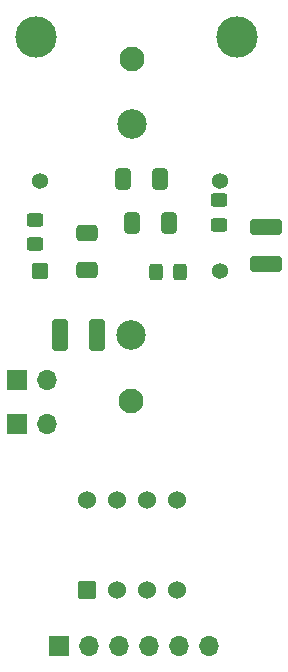
<source format=gbr>
%TF.GenerationSoftware,KiCad,Pcbnew,7.0.11-2.fc39*%
%TF.CreationDate,2024-06-07T09:19:16-04:00*%
%TF.ProjectId,OS-44,4f532d34-342e-46b6-9963-61645f706362,rev?*%
%TF.SameCoordinates,Original*%
%TF.FileFunction,Soldermask,Bot*%
%TF.FilePolarity,Negative*%
%FSLAX46Y46*%
G04 Gerber Fmt 4.6, Leading zero omitted, Abs format (unit mm)*
G04 Created by KiCad (PCBNEW 7.0.11-2.fc39) date 2024-06-07 09:19:16*
%MOMM*%
%LPD*%
G01*
G04 APERTURE LIST*
G04 Aperture macros list*
%AMRoundRect*
0 Rectangle with rounded corners*
0 $1 Rounding radius*
0 $2 $3 $4 $5 $6 $7 $8 $9 X,Y pos of 4 corners*
0 Add a 4 corners polygon primitive as box body*
4,1,4,$2,$3,$4,$5,$6,$7,$8,$9,$2,$3,0*
0 Add four circle primitives for the rounded corners*
1,1,$1+$1,$2,$3*
1,1,$1+$1,$4,$5*
1,1,$1+$1,$6,$7*
1,1,$1+$1,$8,$9*
0 Add four rect primitives between the rounded corners*
20,1,$1+$1,$2,$3,$4,$5,0*
20,1,$1+$1,$4,$5,$6,$7,0*
20,1,$1+$1,$6,$7,$8,$9,0*
20,1,$1+$1,$8,$9,$2,$3,0*%
G04 Aperture macros list end*
%ADD10RoundRect,0.102000X-0.579000X-0.579000X0.579000X-0.579000X0.579000X0.579000X-0.579000X0.579000X0*%
%ADD11C,1.362000*%
%ADD12RoundRect,0.102000X0.660400X-0.660400X0.660400X0.660400X-0.660400X0.660400X-0.660400X-0.660400X0*%
%ADD13C,1.524800*%
%ADD14C,2.100000*%
%ADD15C,3.500000*%
%ADD16R,1.700000X1.700000*%
%ADD17O,1.700000X1.700000*%
%ADD18C,2.500000*%
%ADD19RoundRect,0.250000X0.412500X0.650000X-0.412500X0.650000X-0.412500X-0.650000X0.412500X-0.650000X0*%
%ADD20RoundRect,0.250000X-0.450000X0.325000X-0.450000X-0.325000X0.450000X-0.325000X0.450000X0.325000X0*%
%ADD21RoundRect,0.250000X0.450000X-0.325000X0.450000X0.325000X-0.450000X0.325000X-0.450000X-0.325000X0*%
%ADD22RoundRect,0.250000X-0.325000X-0.450000X0.325000X-0.450000X0.325000X0.450000X-0.325000X0.450000X0*%
%ADD23RoundRect,0.250000X-0.650000X0.412500X-0.650000X-0.412500X0.650000X-0.412500X0.650000X0.412500X0*%
%ADD24RoundRect,0.250000X-0.412500X-0.650000X0.412500X-0.650000X0.412500X0.650000X-0.412500X0.650000X0*%
%ADD25RoundRect,0.250000X-0.412500X-1.100000X0.412500X-1.100000X0.412500X1.100000X-0.412500X1.100000X0*%
%ADD26RoundRect,0.250000X-1.100000X0.412500X-1.100000X-0.412500X1.100000X-0.412500X1.100000X0.412500X0*%
G04 APERTURE END LIST*
D10*
%TO.C,Y1*%
X133890000Y-86605000D03*
D11*
X149130000Y-86605000D03*
X149130000Y-78985000D03*
X133890000Y-78985000D03*
%TD*%
D12*
%TO.C,ATTINY85*%
X137922000Y-113665000D03*
D13*
X140462000Y-113665000D03*
X143002000Y-113665000D03*
X145542000Y-113665000D03*
X145542000Y-106045000D03*
X143002000Y-106045000D03*
X140462000Y-106045000D03*
X137922000Y-106045000D03*
%TD*%
D14*
%TO.C,REF\u002A\u002A*%
X141605000Y-97663000D03*
%TD*%
D15*
%TO.C,REF\u002A\u002A*%
X133604000Y-66802000D03*
%TD*%
D16*
%TO.C,JPROG*%
X135509000Y-118364000D03*
D17*
X138049000Y-118364000D03*
X140589000Y-118364000D03*
X143129000Y-118364000D03*
X145669000Y-118364000D03*
X148209000Y-118364000D03*
%TD*%
D18*
%TO.C,ANT*%
X141732000Y-74168000D03*
%TD*%
D14*
%TO.C,REF\u002A\u002A*%
X141732000Y-68707000D03*
%TD*%
D16*
%TO.C,PWR*%
X131973000Y-95860000D03*
D17*
X134513000Y-95860000D03*
%TD*%
D18*
%TO.C,J4*%
X141605000Y-92075000D03*
%TD*%
D16*
%TO.C,PWR*%
X131973000Y-99543000D03*
D17*
X134513000Y-99543000D03*
%TD*%
D15*
%TO.C,REF\u002A\u002A*%
X150622000Y-66802000D03*
%TD*%
D19*
%TO.C,C2*%
X144818500Y-82550000D03*
X141693500Y-82550000D03*
%TD*%
D20*
%TO.C,L1*%
X149098000Y-80636000D03*
X149098000Y-82686000D03*
%TD*%
D21*
%TO.C,L3*%
X133477000Y-84337000D03*
X133477000Y-82287000D03*
%TD*%
D22*
%TO.C,L2*%
X143755000Y-86741000D03*
X145805000Y-86741000D03*
%TD*%
D23*
%TO.C,C4*%
X137922000Y-83400500D03*
X137922000Y-86525500D03*
%TD*%
D24*
%TO.C,C3*%
X140931500Y-78867000D03*
X144056500Y-78867000D03*
%TD*%
D25*
%TO.C,C5*%
X135597500Y-92075000D03*
X138722500Y-92075000D03*
%TD*%
D26*
%TO.C,C1*%
X153035000Y-82892500D03*
X153035000Y-86017500D03*
%TD*%
M02*

</source>
